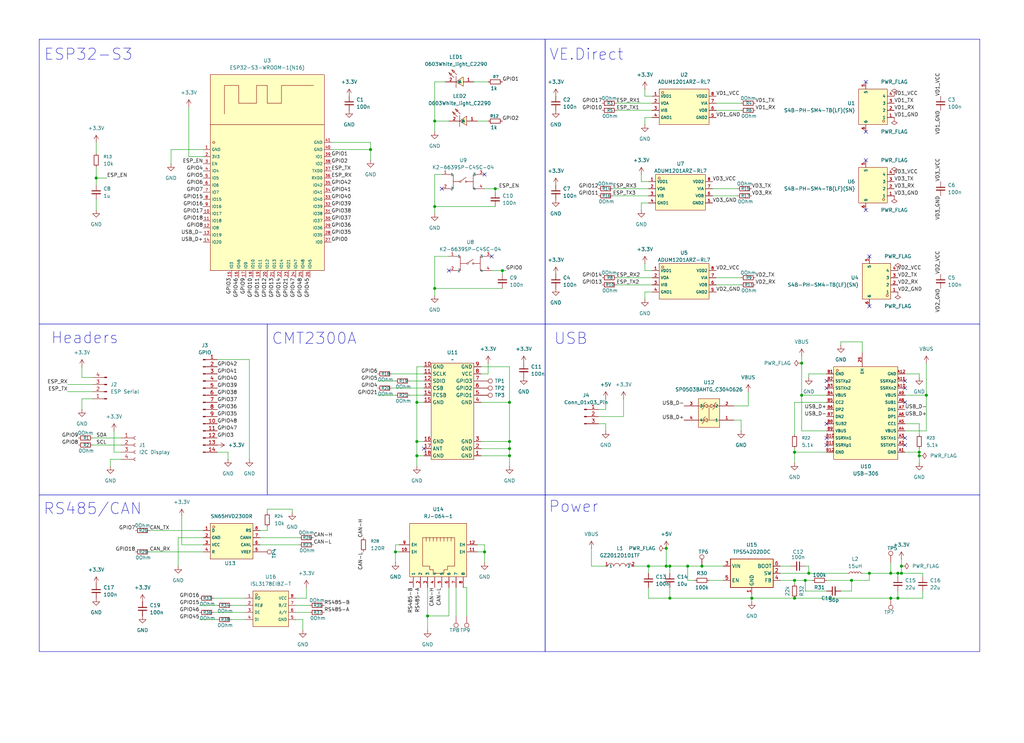
<source format=kicad_sch>
(kicad_sch (version 20250114) (generator "eeschema") (generator_version "9.0")
  (paper "User" 365 265)
  (title_block (title "openDTU Echo") (date "2025-05-14") (rev "1") (company "mhuttner"))
  (rectangle (start 95.25 115.57) (end 194.31 176.53))
  (rectangle (start 194.31 176.53) (end 349.25 232.41))
  (rectangle (start 13.97 13.97) (end 194.31 115.57))
  (rectangle (start 13.97 115.57) (end 95.25 176.53))
  (rectangle (start 13.97 176.53) (end 194.31 232.41))
  (rectangle (start 194.31 13.97) (end 349.25 115.57))
  (rectangle (start 194.31 115.57) (end 349.25 176.53))
  (text "ESP32-S3" (at 31.496 19.558 0) (effects (font (size 4 4))))
  (text "VE.Direct" (at 209.042 19.558 0) (effects (font (size 4 4))))
  (text "Headers" (at 30.226 120.65 0) (effects (font (size 4 4))))
  (text "RS485/CAN" (at 33.02 181.61 0) (effects (font (size 4 4))))
  (text "CMT2300A" (at 112.014 120.904 0) (effects (font (size 4 4))))
  (text "Power" (at 204.47 180.848 0) (effects (font (size 4 4))))
  (text "USB" (at 203.454 120.904 0) (effects (font (size 4 4))))
  (junction (at 309.88 204.47))
  (junction (at 238.76 201.93))
  (junction (at 181.61 157.48))
  (junction (at 330.2 140.97))
  (junction (at 321.31 201.93))
  (junction (at 148.59 143.51))
  (junction (at 285.75 129.54))
  (junction (at 179.07 96.52))
  (junction (at 181.61 143.51))
  (junction (at 34.29 63.5))
  (junction (at 181.61 160.02))
  (junction (at 327.66 161.29))
  (junction (at 288.29 204.47))
  (junction (at 181.61 162.56))
  (junction (at 172.72 196.85))
  (junction (at 132.08 53.34))
  (junction (at 267.97 213.36))
  (junction (at 237.49 201.93))
  (junction (at 303.53 207.01))
  (junction (at 287.02 207.01))
  (junction (at 283.21 213.36))
  (junction (at 140.97 196.85))
  (junction (at 154.94 73.66))
  (junction (at 148.59 157.48))
  (junction (at 283.21 161.29))
  (junction (at 320.04 204.47))
  (junction (at 320.04 213.36))
  (junction (at 327.66 162.56))
  (junction (at 238.76 213.36))
  (junction (at 176.53 67.31))
  (junction (at 237.49 195.58))
  (junction (at 250.19 201.93))
  (junction (at 148.59 162.56))
  (junction (at 245.11 201.93))
  (junction (at 283.21 207.01))
  (junction (at 231.14 201.93))
  (junction (at 321.31 204.47))
  (junction (at 154.94 43.18))
  (junction (at 152.4 219.71))
  (junction (at 285.75 140.97))
  (junction (at 317.5 213.36))
  (junction (at 317.5 204.47))
  (junction (at 154.94 102.87))
  (no_connect (at 294.64 135.89))
  (no_connect (at 322.58 135.89))
  (no_connect (at 294.64 151.13))
  (no_connect (at 322.58 158.75))
  (no_connect (at 157.48 67.31))
  (no_connect (at 322.58 156.21))
  (no_connect (at 322.58 143.51))
  (no_connect (at 151.13 160.02))
  (no_connect (at 294.64 158.75))
  (no_connect (at 294.64 138.43))
  (no_connect (at 308.61 29.21))
  (no_connect (at 322.58 138.43))
  (no_connect (at 308.61 46.99))
  (no_connect (at 308.61 74.93))
  (no_connect (at 309.88 109.22))
  (no_connect (at 175.26 91.44))
  (no_connect (at 294.64 156.21))
  (no_connect (at 308.61 57.15))
  (no_connect (at 160.02 96.52))
  (no_connect (at 309.88 91.44))
  (no_connect (at 172.72 62.23))
  (wire (pts (xy 261.62 144.78) (xy 266.7 144.78)))
  (wire (pts (xy 172.72 200.66) (xy 172.72 196.85)))
  (wire (pts (xy 267.97 212.09) (xy 267.97 213.36)))
  (wire (pts (xy 327.66 160.02) (xy 327.66 161.29)))
  (wire (pts (xy 330.2 140.97) (xy 322.58 140.97)))
  (wire (pts (xy 309.88 204.47) (xy 317.5 204.47)))
  (wire (pts (xy 255.27 36.83) (xy 264.16 36.83)))
  (wire (pts (xy 219.71 36.83) (xy 232.41 36.83)))
  (wire (pts (xy 171.45 160.02) (xy 181.61 160.02)))
  (wire (pts (xy 247.65 207.01) (xy 245.11 207.01)))
  (wire (pts (xy 92.71 191.77) (xy 106.68 191.77)))
  (wire (pts (xy 95.25 182.88) (xy 95.25 181.61)))
  (wire (pts (xy 140.97 194.31) (xy 140.97 196.85)))
  (wire (pts (xy 321.31 199.39) (xy 321.31 201.93)))
  (wire (pts (xy 29.21 130.81) (xy 29.21 134.62)))
  (wire (pts (xy 231.14 209.55) (xy 231.14 213.36)))
  (wire (pts (xy 168.91 29.21) (xy 173.99 29.21)))
  (wire (pts (xy 285.75 140.97) (xy 285.75 153.67)))
  (wire (pts (xy 43.18 161.29) (xy 40.64 161.29)))
  (wire (pts (xy 76.2 213.36) (xy 87.63 213.36)))
  (wire (pts (xy 267.97 213.36) (xy 283.21 213.36)))
  (wire (pts (xy 229.87 96.52) (xy 232.41 96.52)))
  (wire (pts (xy 181.61 143.51) (xy 181.61 157.48)))
  (wire (pts (xy 146.05 135.89) (xy 151.13 135.89)))
  (wire (pts (xy 322.58 161.29) (xy 327.66 161.29)))
  (wire (pts (xy 245.11 201.93) (xy 250.19 201.93)))
  (wire (pts (xy 77.47 128.27) (xy 88.9 128.27)))
  (wire (pts (xy 154.94 62.23) (xy 154.94 73.66)))
  (wire (pts (xy 60.96 58.42) (xy 60.96 53.34)))
  (wire (pts (xy 222.25 142.24) (xy 222.25 148.59)))
  (wire (pts (xy 307.34 121.92) (xy 307.34 125.73)))
  (wire (pts (xy 321.31 201.93) (xy 321.31 204.47)))
  (wire (pts (xy 299.72 121.92) (xy 307.34 121.92)))
  (wire (pts (xy 64.77 184.15) (xy 64.77 194.31)))
  (wire (pts (xy 218.44 69.85) (xy 231.14 69.85)))
  (wire (pts (xy 64.77 194.31) (xy 72.39 194.31)))
  (wire (pts (xy 142.24 194.31) (xy 140.97 194.31)))
  (wire (pts (xy 154.94 102.87) (xy 179.07 102.87)))
  (wire (pts (xy 140.97 200.66) (xy 140.97 196.85)))
  (wire (pts (xy 320.04 213.36) (xy 317.5 213.36)))
  (wire (pts (xy 92.71 194.31) (xy 106.68 194.31)))
  (wire (pts (xy 303.53 210.82) (xy 303.53 207.01)))
  (wire (pts (xy 287.02 210.82) (xy 287.02 207.01)))
  (wire (pts (xy 283.21 213.36) (xy 317.5 213.36)))
  (wire (pts (xy 76.2 218.44) (xy 87.63 218.44)))
  (wire (pts (xy 238.76 213.36) (xy 267.97 213.36)))
  (wire (pts (xy 109.22 209.55) (xy 109.22 213.36)))
  (wire (pts (xy 266.7 144.78) (xy 266.7 139.7)))
  (wire (pts (xy 255.27 99.06) (xy 264.16 99.06)))
  (wire (pts (xy 231.14 213.36) (xy 238.76 213.36)))
  (wire (pts (xy 170.18 43.18) (xy 173.99 43.18)))
  (wire (pts (xy 171.45 133.35) (xy 173.99 133.35)))
  (wire (pts (xy 229.87 31.75) (xy 229.87 34.29)))
  (wire (pts (xy 34.29 63.5) (xy 38.1 63.5)))
  (wire (pts (xy 77.47 161.29) (xy 81.28 161.29)))
  (wire (pts (xy 299.72 210.82) (xy 303.53 210.82)))
  (wire (pts (xy 238.76 201.93) (xy 245.11 201.93)))
  (wire (pts (xy 321.31 204.47) (xy 328.93 204.47)))
  (wire (pts (xy 92.71 189.23) (xy 95.25 189.23)))
  (wire (pts (xy 118.11 53.34) (xy 132.08 53.34)))
  (wire (pts (xy 53.34 189.23) (xy 72.39 189.23)))
  (wire (pts (xy 160.02 219.71) (xy 152.4 219.71)))
  (wire (pts (xy 283.21 160.02) (xy 283.21 161.29)))
  (wire (pts (xy 151.13 130.81) (xy 148.59 130.81)))
  (wire (pts (xy 63.5 201.93) (xy 63.5 191.77)))
  (wire (pts (xy 283.21 207.01) (xy 287.02 207.01)))
  (wire (pts (xy 254 69.85) (xy 262.89 69.85)))
  (wire (pts (xy 278.13 207.01) (xy 283.21 207.01)))
  (wire (pts (xy 294.64 143.51) (xy 283.21 143.51)))
  (wire (pts (xy 229.87 93.98) (xy 229.87 96.52)))
  (wire (pts (xy 330.2 140.97) (xy 330.2 153.67)))
  (wire (pts (xy 309.88 207.01) (xy 309.88 204.47)))
  (wire (pts (xy 299.72 123.19) (xy 299.72 121.92)))
  (wire (pts (xy 228.6 74.93) (xy 228.6 72.39)))
  (wire (pts (xy 162.56 209.55) (xy 162.56 219.71)))
  (wire (pts (xy 152.4 209.55) (xy 152.4 219.71)))
  (wire (pts (xy 172.72 196.85) (xy 170.18 196.85)))
  (wire (pts (xy 328.93 205.74) (xy 328.93 204.47)))
  (wire (pts (xy 320.04 210.82) (xy 320.04 213.36)))
  (wire (pts (xy 172.72 194.31) (xy 172.72 196.85)))
  (wire (pts (xy 179.07 96.52) (xy 180.34 96.52)))
  (wire (pts (xy 228.6 72.39) (xy 231.14 72.39)))
  (wire (pts (xy 176.53 73.66) (xy 154.94 73.66)))
  (wire (pts (xy 118.11 50.8) (xy 132.08 50.8)))
  (wire (pts (xy 29.21 146.05) (xy 29.21 142.24)))
  (wire (pts (xy 181.61 160.02) (xy 181.61 162.56)))
  (wire (pts (xy 320.04 204.47) (xy 320.04 205.74)))
  (wire (pts (xy 215.9 142.24) (xy 215.9 146.05)))
  (wire (pts (xy 288.29 204.47) (xy 302.26 204.47)))
  (wire (pts (xy 67.31 38.1) (xy 67.31 55.88)))
  (wire (pts (xy 229.87 34.29) (xy 232.41 34.29)))
  (wire (pts (xy 237.49 195.58) (xy 237.49 201.93)))
  (wire (pts (xy 139.7 133.35) (xy 151.13 133.35)))
  (wire (pts (xy 267.97 213.36) (xy 267.97 214.63)))
  (wire (pts (xy 81.28 161.29) (xy 81.28 163.83)))
  (wire (pts (xy 215.9 146.05) (xy 213.36 146.05)))
  (wire (pts (xy 219.71 101.6) (xy 232.41 101.6)))
  (wire (pts (xy 151.13 143.51) (xy 148.59 143.51)))
  (wire (pts (xy 238.76 201.93) (xy 238.76 204.47)))
  (wire (pts (xy 154.94 73.66) (xy 154.94 76.2)))
  (wire (pts (xy 250.19 201.93) (xy 257.81 201.93)))
  (wire (pts (xy 245.11 207.01) (xy 245.11 201.93)))
  (wire (pts (xy 285.75 153.67) (xy 294.64 153.67)))
  (wire (pts (xy 287.02 207.01) (xy 289.56 207.01)))
  (wire (pts (xy 109.22 213.36) (xy 105.41 213.36)))
  (wire (pts (xy 228.6 64.77) (xy 231.14 64.77)))
  (wire (pts (xy 181.61 162.56) (xy 181.61 166.37)))
  (wire (pts (xy 148.59 162.56) (xy 151.13 162.56)))
  (wire (pts (xy 303.53 207.01) (xy 294.64 207.01)))
  (wire (pts (xy 218.44 67.31) (xy 231.14 67.31)))
  (wire (pts (xy 283.21 143.51) (xy 283.21 154.94)))
  (wire (pts (xy 82.55 220.98) (xy 87.63 220.98)))
  (wire (pts (xy 29.21 142.24) (xy 33.02 142.24)))
  (wire (pts (xy 175.26 96.52) (xy 179.07 96.52)))
  (wire (pts (xy 148.59 166.37) (xy 148.59 162.56)))
  (wire (pts (xy 60.96 53.34) (xy 72.39 53.34)))
  (wire (pts (xy 219.71 39.37) (xy 232.41 39.37)))
  (wire (pts (xy 134.62 140.97) (xy 140.97 140.97)))
  (wire (pts (xy 226.06 201.93) (xy 231.14 201.93)))
  (wire (pts (xy 287.02 201.93) (xy 288.29 201.93)))
  (wire (pts (xy 283.21 161.29) (xy 294.64 161.29)))
  (wire (pts (xy 285.75 140.97) (xy 294.64 140.97)))
  (wire (pts (xy 231.14 201.93) (xy 237.49 201.93)))
  (wire (pts (xy 278.13 201.93) (xy 281.94 201.93)))
  (wire (pts (xy 327.66 162.56) (xy 327.66 165.1)))
  (wire (pts (xy 33.02 156.21) (xy 43.18 156.21)))
  (wire (pts (xy 330.2 129.54) (xy 330.2 140.97)))
  (wire (pts (xy 105.41 218.44) (xy 110.49 218.44)))
  (wire (pts (xy 132.08 53.34) (xy 132.08 57.15)))
  (wire (pts (xy 327.66 161.29) (xy 327.66 162.56)))
  (wire (pts (xy 176.53 67.31) (xy 176.53 68.58)))
  (wire (pts (xy 288.29 133.35) (xy 294.64 133.35)))
  (wire (pts (xy 154.94 102.87) (xy 154.94 105.41)))
  (wire (pts (xy 39.37 166.37) (xy 39.37 163.83)))
  (wire (pts (xy 29.21 134.62) (xy 33.02 134.62)))
  (wire (pts (xy 231.14 204.47) (xy 231.14 201.93)))
  (wire (pts (xy 105.41 220.98) (xy 107.95 220.98)))
  (wire (pts (xy 134.62 135.89) (xy 140.97 135.89)))
  (wire (pts (xy 255.27 101.6) (xy 264.16 101.6)))
  (wire (pts (xy 288.29 134.62) (xy 288.29 133.35)))
  (wire (pts (xy 33.02 158.75) (xy 43.18 158.75)))
  (wire (pts (xy 34.29 71.12) (xy 34.29 74.93)))
  (wire (pts (xy 181.61 130.81) (xy 181.61 143.51)))
  (wire (pts (xy 322.58 153.67) (xy 330.2 153.67)))
  (wire (pts (xy 181.61 157.48) (xy 181.61 160.02)))
  (wire (pts (xy 104.14 181.61) (xy 104.14 182.88)))
  (wire (pts (xy 107.95 220.98) (xy 107.95 224.79)))
  (wire (pts (xy 63.5 191.77) (xy 72.39 191.77)))
  (wire (pts (xy 105.41 215.9) (xy 110.49 215.9)))
  (wire (pts (xy 255.27 39.37) (xy 264.16 39.37)))
  (wire (pts (xy 228.6 62.23) (xy 228.6 64.77)))
  (wire (pts (xy 154.94 43.18) (xy 154.94 46.99)))
  (wire (pts (xy 34.29 63.5) (xy 34.29 66.04)))
  (wire (pts (xy 307.34 204.47) (xy 309.88 204.47)))
  (wire (pts (xy 53.34 196.85) (xy 72.39 196.85)))
  (wire (pts (xy 283.21 207.01) (xy 283.21 208.28)))
  (wire (pts (xy 327.66 133.35) (xy 327.66 134.62)))
  (wire (pts (xy 285.75 129.54) (xy 285.75 140.97)))
  (wire (pts (xy 140.97 196.85) (xy 142.24 196.85)))
  (wire (pts (xy 229.87 106.68) (xy 229.87 104.14)))
  (wire (pts (xy 171.45 143.51) (xy 181.61 143.51)))
  (wire (pts (xy 294.64 210.82) (xy 287.02 210.82)))
  (wire (pts (xy 254 67.31) (xy 262.89 67.31)))
  (wire (pts (xy 82.55 215.9) (xy 87.63 215.9)))
  (wire (pts (xy 39.37 163.83) (xy 43.18 163.83)))
  (wire (pts (xy 148.59 143.51) (xy 148.59 157.48)))
  (wire (pts (xy 34.29 50.8) (xy 34.29 54.61)))
  (wire (pts (xy 165.1 209.55) (xy 166.37 209.55)))
  (wire (pts (xy 154.94 43.18) (xy 160.02 43.18)))
  (wire (pts (xy 176.53 67.31) (xy 177.8 67.31)))
  (wire (pts (xy 322.58 151.13) (xy 327.66 151.13)))
  (wire (pts (xy 154.94 91.44) (xy 154.94 102.87)))
  (wire (pts (xy 320.04 204.47) (xy 321.31 204.47)))
  (wire (pts (xy 264.16 149.86) (xy 264.16 153.67)))
  (wire (pts (xy 229.87 41.91) (xy 232.41 41.91)))
  (wire (pts (xy 210.82 201.93) (xy 215.9 201.93)))
  (wire (pts (xy 229.87 44.45) (xy 229.87 41.91)))
  (wire (pts (xy 166.37 209.55) (xy 166.37 219.71)))
  (wire (pts (xy 320.04 213.36) (xy 328.93 213.36)))
  (wire (pts (xy 328.93 210.82) (xy 328.93 213.36)))
  (wire (pts (xy 171.45 157.48) (xy 181.61 157.48)))
  (wire (pts (xy 139.7 138.43) (xy 151.13 138.43)))
  (wire (pts (xy 152.4 219.71) (xy 152.4 224.79)))
  (wire (pts (xy 210.82 195.58) (xy 210.82 201.93)))
  (wire (pts (xy 88.9 128.27) (xy 88.9 163.83)))
  (wire (pts (xy 67.31 55.88) (xy 72.39 55.88)))
  (wire (pts (xy 322.58 133.35) (xy 327.66 133.35)))
  (wire (pts (xy 317.5 200.66) (xy 317.5 204.47)))
  (wire (pts (xy 219.71 99.06) (xy 232.41 99.06)))
  (wire (pts (xy 229.87 104.14) (xy 232.41 104.14)))
  (wire (pts (xy 158.75 29.21) (xy 154.94 29.21)))
  (wire (pts (xy 170.18 194.31) (xy 172.72 194.31)))
  (wire (pts (xy 327.66 151.13) (xy 327.66 154.94)))
  (wire (pts (xy 278.13 204.47) (xy 288.29 204.47)))
  (wire (pts (xy 181.61 162.56) (xy 171.45 162.56)))
  (wire (pts (xy 173.99 133.35) (xy 173.99 129.54)))
  (wire (pts (xy 157.48 62.23) (xy 154.94 62.23)))
  (wire (pts (xy 40.64 161.29) (xy 40.64 153.67)))
  (wire (pts (xy 213.36 151.13) (xy 215.9 151.13)))
  (wire (pts (xy 160.02 91.44) (xy 154.94 91.44)))
  (wire (pts (xy 222.25 148.59) (xy 213.36 148.59)))
  (wire (pts (xy 95.25 189.23) (xy 95.25 187.96)))
  (wire (pts (xy 151.13 157.48) (xy 148.59 157.48)))
  (wire (pts (xy 215.9 151.13) (xy 215.9 153.67)))
  (wire (pts (xy 179.07 96.52) (xy 179.07 97.79)))
  (wire (pts (xy 148.59 157.48) (xy 148.59 162.56)))
  (wire (pts (xy 237.49 201.93) (xy 238.76 201.93)))
  (wire (pts (xy 238.76 209.55) (xy 238.76 213.36)))
  (wire (pts (xy 34.29 59.69) (xy 34.29 63.5)))
  (wire (pts (xy 148.59 130.81) (xy 148.59 143.51)))
  (wire (pts (xy 71.12 220.98) (xy 77.47 220.98)))
  (wire (pts (xy 261.62 149.86) (xy 264.16 149.86)))
  (wire (pts (xy 95.25 181.61) (xy 104.14 181.61)))
  (wire (pts (xy 171.45 130.81) (xy 181.61 130.81)))
  (wire (pts (xy 303.53 207.01) (xy 309.88 207.01)))
  (wire (pts (xy 283.21 161.29) (xy 283.21 165.1)))
  (wire (pts (xy 24.13 139.7) (xy 33.02 139.7)))
  (wire (pts (xy 317.5 204.47) (xy 320.04 204.47)))
  (wire (pts (xy 24.13 137.16) (xy 33.02 137.16)))
  (wire (pts (xy 288.29 201.93) (xy 288.29 204.47)))
  (wire (pts (xy 172.72 67.31) (xy 176.53 67.31)))
  (wire (pts (xy 252.73 207.01) (xy 257.81 207.01)))
  (wire (pts (xy 160.02 209.55) (xy 160.02 219.71)))
  (wire (pts (xy 132.08 50.8) (xy 132.08 53.34)))
  (wire (pts (xy 154.94 29.21) (xy 154.94 43.18)))
  (wire (pts (xy 71.12 215.9) (xy 77.47 215.9)))
  (wire (pts (xy 146.05 140.97) (xy 151.13 140.97)))
  (wire (pts (xy 285.75 127) (xy 285.75 129.54)))
  (label "ESP_EN" (at 177.8 67.31 0))
  (label "GPIO17" (at 214.63 36.83 180))
  (label "VD3_TX" (at 267.97 67.31 0))
  (label "VD3_GND" (at 254 72.39 0))
  (label "GPIO11" (at 213.36 69.85 180))
  (label "GPIO6" (at 134.62 133.35 180))
  (label "GPIO40" (at 118.11 71.12 0))
  (label "CAN-H" (at 129.54 191.77 90))
  (label "VD3_VCC" (at 335.28 64.77 90))
  (label "VD2_TX" (at 269.24 99.06 0))
  (label "VD1_TX" (at 318.77 36.83 0))
  (label "GPIO39" (at 77.47 138.43 0))
  (label "USB_D+" (at 72.39 86.36 180))
  (label "GPIO38" (at 77.47 140.97 0))
  (label "GPIO46" (at 85.09 99.06 270))
  (label "GPIO48" (at 107.95 99.06 270))
  (label "GPIO8" (at 72.39 81.28 180))
  (label "VD2_RX" (at 320.04 101.6 0))
  (label "GPIO41" (at 118.11 68.58 0))
  (label "GPIO35" (at 118.11 83.82 0))
  (label "GPIO8" (at 27.94 158.75 180))
  (label "GPIO4" (at 72.39 60.96 180))
  (label "GPIO14" (at 214.63 99.06 180))
  (label "GPIO36" (at 118.11 81.28 0))
  (label "GPIO12" (at 95.25 99.06 270))
  (label "GPIO4" (at 134.62 138.43 180))
  (label "GPIO5" (at 72.39 63.5 180))
  (label "GPIO14" (at 100.33 99.06 270))
  (label "GPIO1" (at 179.07 29.21 0))
  (label "CAN-L" (at 129.54 196.85 270))
  (label "GPIO13" (at 97.79 99.06 270))
  (label "GPIO36" (at 77.47 146.05 0))
  (label "GPIO12" (at 213.36 67.31 180))
  (label "USB_D+" (at 243.84 149.86 180))
  (label "USB_D+" (at 294.64 146.05 180))
  (label "USB_D+" (at 322.58 148.59 0))
  (label "GPIO9" (at 87.63 99.06 270))
  (label "CAN-L" (at 157.48 209.55 270))
  (label "GPIO1" (at 118.11 55.88 0))
  (label "SDA" (at 34.29 156.21 0))
  (label "ESP_TX" (at 118.11 60.96 0))
  (label "RS485-A" (at 115.57 218.44 0))
  (label "ESP_TX3" (at 218.44 69.85 0))
  (label "GPIO15" (at 72.39 71.12 180))
  (label "VD1_GND" (at 255.27 41.91 0))
  (label "GPIO17" (at 72.39 76.2 180))
  (label "ESP_TX2" (at 219.71 101.6 0))
  (label "GPIO7" (at 48.26 189.23 180))
  (label "GPIO38" (at 118.11 76.2 0))
  (label "GPIO45" (at 71.12 220.98 180))
  (label "RS485-A" (at 149.86 209.55 270))
  (label "VD2_VCC" (at 320.04 96.52 0))
  (label "USB_D-" (at 322.58 146.05 0))
  (label "GPIO0" (at 180.34 96.52 0))
  (label "ESP_EN" (at 38.1 63.5 0))
  (label "GPIO16" (at 71.12 213.36 180))
  (label "GPIO5" (at 134.62 135.89 180))
  (label "VD1_RX" (at 269.24 39.37 0))
  (label "RS485-B" (at 115.57 215.9 0))
  (label "GPIO9" (at 27.94 156.21 180))
  (label "GPIO45" (at 110.49 99.06 270))
  (label "VD3_VCC" (at 318.77 62.23 0))
  (label "GPIO47" (at 105.41 99.06 270))
  (label "SCL" (at 34.29 158.75 0))
  (label "VD1_VCC" (at 318.77 34.29 0))
  (label "CAN_TX" (at 53.34 189.23 0))
  (label "GPIO37" (at 118.11 78.74 0))
  (label "ESP_TX1" (at 219.71 39.37 0))
  (label "VD2_VCC" (at 335.28 97.79 90))
  (label "VD2_RX" (at 269.24 101.6 0))
  (label "GPIO48" (at 77.47 151.13 0))
  (label "ESP_RX3" (at 218.44 67.31 0))
  (label "GPIO2" (at 118.11 58.42 0))
  (label "GPIO13" (at 214.63 101.6 180))
  (label "GPIO7" (at 72.39 68.58 180))
  (label "GPIO40" (at 77.47 135.89 0))
  (label "GPIO15" (at 71.12 215.9 180))
  (label "VD1_GND" (at 335.28 39.37 270))
  (label "GPIO39" (at 118.11 73.66 0))
  (label "ESP_RX2" (at 219.71 99.06 0))
  (label "GPIO16" (at 72.39 73.66 180))
  (label "ESP_TX" (at 24.13 139.7 180))
  (label "VD1_GND" (at 318.77 41.91 0))
  (label "VD1_VCC" (at 335.28 34.29 90))
  (label "VD3_GND" (at 318.77 69.85 0))
  (label "GPIO0" (at 118.11 86.36 0))
  (label "VD2_GND" (at 335.28 102.87 270))
  (label "GPIO42" (at 77.47 130.81 0))
  (label "ESP_RX" (at 24.13 137.16 180))
  (label "GPIO41" (at 77.47 133.35 0))
  (label "VD2_GND" (at 255.27 104.14 0))
  (label "USB_D-" (at 72.39 83.82 180))
  (label "USB_D-" (at 243.84 144.78 180))
  (label "ESP_RX1" (at 219.71 36.83 0))
  (label "USB_D-" (at 294.64 148.59 180))
  (label "GPIO6" (at 72.39 66.04 180))
  (label "GPIO46" (at 71.12 218.44 180))
  (label "CAN-L" (at 111.76 194.31 0))
  (label "GPIO3" (at 77.47 156.21 0))
  (label "GPIO47" (at 77.47 153.67 0))
  (label "VD1_VCC" (at 255.27 34.29 0))
  (label "VD3_GND" (at 335.28 69.85 270))
  (label "GPIO35" (at 77.47 148.59 0))
  (label "CAN-H" (at 111.76 191.77 0))
  (label "GPIO10" (at 90.17 99.06 270))
  (label "GPIO2" (at 179.07 43.18 0))
  (label "VD3_TX" (at 318.77 64.77 0))
  (label "VD2_TX" (at 320.04 99.06 0))
  (label "VD1_TX" (at 269.24 36.83 0))
  (label "GPIO18" (at 72.39 78.74 180))
  (label "GPIO37" (at 77.47 143.51 0))
  (label "GPIO3" (at 82.55 99.06 270))
  (label "GPIO21" (at 102.87 99.06 270))
  (label "ESP_EN" (at 72.39 58.42 180))
  (label "GPIO10" (at 214.63 39.37 180))
  (label "RS485-B" (at 147.32 209.55 270))
  (label "VD3_RX" (at 318.77 67.31 0))
  (label "GPIO21" (at 134.62 140.97 180))
  (label "GPIO42" (at 118.11 66.04 0))
  (label "VD2_GND" (at 320.04 104.14 0))
  (label "VD2_VCC" (at 255.27 96.52 0))
  (label "VD1_RX" (at 318.77 39.37 0))
  (label "GPIO11" (at 92.71 99.06 270))
  (label "ESP_RX" (at 118.11 63.5 0))
  (label "CAN-H" (at 154.94 209.55 270))
  (label "VD3_RX" (at 267.97 69.85 0))
  (label "VD3_VCC" (at 254 64.77 0))
  (label "GPIO18" (at 48.26 196.85 180))
  (label "CAN_RX" (at 53.34 196.85 0))
  (symbol (lib_id "power:PWR_FLAG") (at 318.77 69.85 180) (unit 1)
    (property "Reference" "#FLG06" (effects (hide yes)))
    (property "Value" "PWR_FLAG" (at 318.77 74.93 0))
    (property "Description" "Special symbol for telling ERC where power comes from" (effects (hide yes)))
  )
  (symbol (lib_id "Device:R_Small") (at 266.7 36.83 90) (unit 1)
    (property "Reference" "R4" (at 266.954 36.83 90) (effects (font (size 1.016 1.016))))
    (property "Value" "0Ohm" (at 266.7 35.052 90))
    (property "Footprint" "Resistor_SMD:R_0805_2012Metric" (effects (hide yes)))
    (property "Description" "Resistor, small symbol" (effects (hide yes)))
  )
  (symbol (lib_id "JLCPCB:ADUM1201ARZ-RL7") (at 243.84 38.1 0) (unit 1)
    (property "Reference" "U2" (at 243.84 26.67 0))
    (property "Value" "ADUM1201ARZ-RL7" (at 243.84 29.21 0))
    (property "Footprint" "footprint:SOIC-8_L4.9-W3.9-P1.27-LS6.0-BL" (effects (hide yes)))
    (property "Datasheet" "https://so.szlcsc.com/global.html?c=&k=C9843" (effects (hide yes)))
    (property "LCSC" "C9669" (effects (hide yes)))
  )
  (symbol (lib_id "power:GND") (at 154.94 76.2 0) (unit 1)
    (property "Reference" "#PWR026" (effects (hide yes)))
    (property "Value" "GND" (at 154.94 81.28 0))
    (property "Description" "Power symbol creates a global label with name \"GND\" , ground" (effects (hide yes)))
  )
  (symbol (lib_id "Connector:TestPoint") (at 171.45 138.43 270) (unit 1)
    (property "Reference" "TP2" (at 176.276 138.43 90) (effects (justify left)))
    (property "Value" "TestPoint" (effects (hide yes)))
    (property "Footprint" "TestPoint:TestPoint_Pad_D2.0mm" (effects (hide yes)))
    (property "Description" "test point" (effects (hide yes)))
  )
  (symbol (lib_id "Connector:TestPoint") (at 171.45 140.97 270) (unit 1)
    (property "Reference" "TP3" (at 176.276 140.97 90) (effects (justify left)))
    (property "Value" "TestPoint" (effects (hide yes)))
    (property "Footprint" "TestPoint:TestPoint_Pad_D2.0mm" (effects (hide yes)))
    (property "Description" "test point" (effects (hide yes)))
  )
  (symbol (lib_id "power:+3.3V") (at 77.47 158.75 270) (unit 1)
    (property "Reference" "#PWR038" (effects (hide yes)))
    (property "Value" "+3.3V" (at 81.28 158.7499 90) (effects (justify left)))
    (property "Description" "Power symbol creates a global label with name \"+3.3V\"" (effects (hide yes)))
  )
  (symbol (lib_id "Device:C_Small") (at 198.12 36.83 0) (unit 1)
    (property "Reference" "C2" (at 200.66 35.5662 0) (effects (justify left)))
    (property "Value" "100n" (at 200.66 38.1062 0) (effects (justify left)))
    (property "Footprint" "Capacitor_SMD:C_0402_1005Metric" (effects (hide yes)))
    (property "Description" "Unpolarized capacitor, small symbol" (effects (hide yes)))
  )
  (symbol (lib_id "power:GND") (at 60.96 58.42 0) (unit 1)
    (property "Reference" "#PWR011" (effects (hide yes)))
    (property "Value" "GND" (at 60.96 63.5 0))
    (property "Description" "Power symbol creates a global label with name \"GND\" , ground" (effects (hide yes)))
  )
  (symbol (lib_id "Device:R_Small") (at 215.9 69.85 90) (unit 1)
    (property "Reference" "R16" (at 216.154 69.85 90) (effects (font (size 1.016 1.016))))
    (property "Value" "0Ohm" (at 216.154 71.882 90))
    (property "Footprint" "Resistor_SMD:R_0805_2012Metric" (effects (hide yes)))
    (property "Description" "Resistor, small symbol" (effects (hide yes)))
  )
  (symbol (lib_id "Device:R_Small") (at 34.29 57.15 0) (unit 1)
    (property "Reference" "R13" (at 36.83 55.8799 0) (effects (font (size 1.016 1.016)) (justify left)))
    (property "Value" "10k" (at 36.83 58.4199 0) (effects (justify left)))
    (property "Footprint" "Capacitor_SMD:C_0805_2012Metric" (effects (hide yes)))
    (property "Description" "Resistor, small symbol" (effects (hide yes)))
  )
  (symbol (lib_id "power:GND") (at 186.69 134.62 0) (unit 1)
    (property "Reference" "#PWR032" (effects (hide yes)))
    (property "Value" "GND" (at 186.69 139.7 0))
    (property "Description" "Power symbol creates a global label with name \"GND\" , ground" (effects (hide yes)))
  )
  (symbol (lib_id "Device:R_Small") (at 215.9 67.31 90) (unit 1)
    (property "Reference" "R14" (at 216.154 67.31 90) (effects (font (size 1.016 1.016))))
    (property "Value" "0Ohm" (at 215.9 65.532 90))
    (property "Footprint" "Resistor_SMD:R_0805_2012Metric" (effects (hide yes)))
    (property "Description" "Resistor, small symbol" (effects (hide yes)))
  )
  (symbol (lib_id "Device:R_Small") (at 143.51 140.97 90) (unit 1)
    (property "Reference" "R21" (at 143.764 140.97 90) (effects (font (size 1.016 1.016))))
    (property "Value" "0Ohm" (at 143.764 143.002 90))
    (property "Footprint" "Resistor_SMD:R_0805_2012Metric" (effects (hide yes)))
    (property "Description" "Resistor, small symbol" (effects (hide yes)))
  )
  (symbol (lib_id "Device:R_Small") (at 80.01 215.9 90) (unit 1)
    (property "Reference" "R34" (at 80.264 215.9 90) (effects (font (size 1.016 1.016))))
    (property "Value" "0Ohm" (at 80.264 217.932 90))
    (property "Footprint" "Resistor_SMD:R_0805_2012Metric" (effects (hide yes)))
    (property "Description" "Resistor, small symbol" (effects (hide yes)))
  )
  (symbol (lib_id "Device:C_Small") (at 50.8 217.17 0) (unit 1)
    (property "Reference" "C19" (at 53.34 215.9062 0) (effects (justify left)))
    (property "Value" "100n" (at 53.34 218.4462 0) (effects (justify left)))
    (property "Footprint" "Capacitor_SMD:C_0402_1005Metric" (effects (hide yes)))
    (property "Description" "Unpolarized capacitor, small symbol" (effects (hide yes)))
  )
  (symbol (lib_id "JLCPCB:EBYTE_E49-900M20S") (at 161.29 147.32 0) (unit 1)
    (property "Reference" "U11" (at 161.29 125.73 0))
    (property "Value" "~" (at 161.29 128.27 0))
    (property "Footprint" "footprint:E49-900M20S" (effects (hide yes)))
    (property "Datasheet" "https://www.cdebyte.com/products/E49-900M20S" (effects (hide yes)))
  )
  (symbol (lib_id "Device:R_Small") (at 30.48 158.75 90) (unit 1)
    (property "Reference" "R2" (at 30.734 158.75 90) (effects (font (size 1.016 1.016))))
    (property "Value" "0Ohm" (at 30.734 160.782 90))
    (property "Footprint" "Resistor_SMD:R_0805_2012Metric" (effects (hide yes)))
    (property "Description" "Resistor, small symbol" (effects (hide yes)))
  )
  (symbol (lib_id "Device:R_Small") (at 73.66 213.36 90) (unit 1)
    (property "Reference" "R33" (at 73.914 213.36 90) (effects (font (size 1.016 1.016))))
    (property "Value" "0Ohm" (at 73.914 215.392 90))
    (property "Footprint" "Resistor_SMD:R_0805_2012Metric" (effects (hide yes)))
    (property "Description" "Resistor, small symbol" (effects (hide yes)))
  )
  (symbol (lib_id "Device:C_Small") (at 297.18 210.82 90) (unit 1)
    (property "Reference" "C18" (at 294.64 213.36 90))
    (property "Value" "56p" (at 297.18 213.995 90))
    (property "Footprint" "Capacitor_SMD:C_0603_1608Metric" (effects (hide yes)))
    (property "Description" "Unpolarized capacitor, small symbol" (effects (hide yes)))
  )
  (symbol (lib_id "Connector:TestPoint") (at 162.56 219.71 180) (unit 1)
    (property "Reference" "TP8" (at 163.83 224.79 0) (effects (justify left)))
    (property "Value" "TestPoint" (effects (hide yes)))
    (property "Footprint" "TestPoint:TestPoint_Pad_D2.0mm" (effects (hide yes)))
    (property "Description" "test point" (effects (hide yes)))
  )
  (symbol (lib_id "power:GND") (at 299.72 123.19 0) (unit 1)
    (property "Reference" "#PWR027" (effects (hide yes)))
    (property "Value" "GND" (at 299.72 128.27 0))
    (property "Description" "Power symbol creates a global label with name \"GND\" , ground" (effects (hide yes)))
  )
  (symbol (lib_id "power:+3.3V") (at 198.12 97.79 0) (unit 1)
    (property "Reference" "#PWR014" (effects (hide yes)))
    (property "Value" "+3.3V" (at 198.12 92.71 0))
    (property "Description" "Power symbol creates a global label with name \"+3.3V\"" (effects (hide yes)))
  )
  (symbol (lib_id "power:+3.3V") (at 228.6 62.23 0) (unit 1)
    (property "Reference" "#PWR020" (effects (hide yes)))
    (property "Value" "+3.3V" (at 228.6 57.15 0))
    (property "Description" "Power symbol creates a global label with name \"+3.3V\"" (effects (hide yes)))
  )
  (symbol (lib_id "JLCPCB:GZ2012D101TF") (at 220.98 201.93 0) (unit 1)
    (property "Reference" "L1" (at 220.98 195.58 0))
    (property "Value" "GZ2012D101TF" (at 220.98 198.12 0))
    (property "Footprint" "footprint:L0805" (effects (hide yes)))
    (property "Datasheet" "https://item.szlcsc.com/344132.html" (effects (hide yes)))
    (property "LCSC" "C1015" (effects (hide yes)))
  )
  (symbol (lib_id "power:+3.3V") (at 34.29 208.28 0) (unit 1)
    (property "Reference" "#PWR055" (effects (hide yes)))
    (property "Value" "+3.3V" (at 34.29 203.2 0))
    (property "Description" "Power symbol creates a global label with name \"+3.3V\"" (effects (hide yes)))
  )
  (symbol (lib_id "power:+3.3V") (at 198.12 34.29 0) (unit 1)
    (property "Reference" "#PWR06" (effects (hide yes)))
    (property "Value" "+3.3V" (at 198.12 29.21 0))
    (property "Description" "Power symbol creates a global label with name \"+3.3V\"" (effects (hide yes)))
  )
  (symbol (lib_id "Device:R_Small") (at 265.43 67.31 90) (unit 1)
    (property "Reference" "R15" (at 265.684 67.31 90) (effects (font (size 1.016 1.016))))
    (property "Value" "0Ohm" (at 265.43 65.532 90))
    (property "Footprint" "Resistor_SMD:R_0805_2012Metric" (effects (hide yes)))
    (property "Description" "Resistor, small symbol" (effects (hide yes)))
  )
  (symbol (lib_id "Regulator_Switching:TPS54202DDC") (at 267.97 204.47 0) (unit 1)
    (property "Reference" "U15" (at 267.97 194.31 0))
    (property "Value" "TPS54202DDC" (at 267.97 196.85 0))
    (property "Footprint" "Package_TO_SOT_SMD:SOT-23-6" (effects (hide yes)))
    (property "Datasheet" "http://www.ti.com/lit/ds/symlink/tps54202.pdf" (effects (hide yes)))
    (property "Description" "2A, 4.5 to 28V Input, EMI Friendly integrated switch synchronous step-down regulator, pulse-skipping, SOT-23-6" (effects (hide yes)))
  )
  (symbol (lib_id "Device:R_Small") (at 109.22 191.77 90) (unit 1)
    (property "Reference" "R26" (at 109.474 191.77 90) (effects (font (size 1.016 1.016))))
    (property "Value" "0Ohm" (at 109.22 189.992 90))
    (property "Footprint" "Resistor_SMD:R_0805_2012Metric" (effects (hide yes)))
    (property "Description" "Resistor, small symbol" (effects (hide yes)))
  )
  (symbol (lib_id "Device:C_Small") (at 284.48 201.93 270) (unit 1)
    (property "Reference" "C12" (at 284.48 196.85 90))
    (property "Value" "100n" (at 284.48 198.755 90))
    (property "Footprint" "Capacitor_SMD:C_0402_1005Metric" (effects (hide yes)))
    (property "Description" "Unpolarized capacitor, small symbol" (effects (hide yes)))
  )
  (symbol (lib_id "Device:C_Small") (at 328.93 208.28 0) (unit 1)
    (property "Reference" "C16" (at 331.47 207.0162 0) (effects (justify left)))
    (property "Value" "22u" (at 331.47 209.5562 0) (effects (justify left)))
    (property "Footprint" "Capacitor_SMD:C_1206_3216Metric" (effects (hide yes)))
    (property "Description" "Unpolarized capacitor, small symbol" (effects (hide yes)))
  )
  (symbol (lib_id "power:+5V") (at 237.49 195.58 0) (unit 1)
    (property "Reference" "#PWR050" (effects (hide yes)))
    (property "Value" "+5V" (at 237.49 190.5 0))
    (property "Description" "Power symbol creates a global label with name \"+5V\"" (effects (hide yes)))
  )
  (symbol (lib_id "power:PWR_FLAG") (at 318.77 62.23 0) (unit 1)
    (property "Reference" "#FLG05" (effects (hide yes)))
    (property "Value" "PWR_FLAG" (at 318.77 57.15 0))
    (property "Description" "Special symbol for telling ERC where power comes from" (effects (hide yes)))
  )
  (symbol (lib_id "power:GND") (at 283.21 165.1 0) (unit 1)
    (property "Reference" "#PWR043" (effects (hide yes)))
    (property "Value" "GND" (at 283.21 170.18 0))
    (property "Description" "Power symbol creates a global label with name \"GND\" , ground" (effects (hide yes)))
  )
  (symbol (lib_id "JLCPCB:SN65HVD230DR") (at 82.55 193.04 0) (unit 1)
    (property "Reference" "U13" (at 82.042 200.914 0))
    (property "Value" "SN65HVD230DR" (at 82.55 184.15 0))
    (property "Footprint" "footprint:SOIC-8_L4.9-W3.9-P1.27-LS6.0-BL" (effects (hide yes)))
    (property "Datasheet" "https://so.szlcsc.com/global.html?c=&k=C9843" (effects (hide yes)))
    (property "LCSC" "C12084" (effects (hide yes)))
  )
  (symbol (lib_id "Device:R_Small") (at 292.1 207.01 90) (unit 1)
    (property "Reference" "R31" (at 292.1 209.55 90))
    (property "Value" "100k" (at 292.1 205.105 90))
    (property "Footprint" "Resistor_SMD:R_0805_2012Metric" (effects (hide yes)))
    (property "Description" "Resistor, small symbol" (effects (hide yes)))
  )
  (symbol (lib_id "Connector:TestPoint") (at 250.19 201.93 0) (unit 1)
    (property "Reference" "TP6" (at 248.92 196.85 0) (effects (justify left)))
    (property "Value" "TestPoint" (effects (hide yes)))
    (property "Footprint" "TestPoint:TestPoint_Pad_D2.0mm" (effects (hide yes)))
    (property "Description" "test point" (effects (hide yes)))
  )
  (symbol (lib_id "Device:R_Small") (at 265.43 69.85 90) (unit 1)
    (property "Reference" "R17" (at 265.684 69.85 90) (effects (font (size 1.016 1.016))))
    (property "Value" "0Ohm" (at 265.684 71.882 90))
    (property "Footprint" "Resistor_SMD:R_0805_2012Metric" (effects (hide yes)))
    (property "Description" "Resistor, small symbol" (effects (hide yes)))
  )
  (symbol (lib_id "power:+3.3V") (at 229.87 93.98 0) (unit 1)
    (property "Reference" "#PWR013" (effects (hide yes)))
    (property "Value" "+3.3V" (at 229.87 88.9 0))
    (property "Description" "Power symbol creates a global label with name \"+3.3V\"" (effects (hide yes)))
  )
  (symbol (lib_id "power:GND") (at 63.5 201.93 0) (unit 1)
    (property "Reference" "#PWR054" (effects (hide yes)))
    (property "Value" "GND" (at 63.5 207.01 0))
    (property "Description" "Power symbol creates a global label with name \"GND\" , ground" (effects (hide yes)))
  )
  (symbol (lib_id "Connector:Conn_01x14_Pin") (at 72.39 143.51 0) (unit 1)
    (property "Reference" "J3" (at 73.025 123.19 0))
    (property "Value" "GPIO" (at 73.025 125.73 0))
    (property "Footprint" "Connector_PinHeader_2.54mm:PinHeader_1x14_P2.54mm_Vertical" (effects (hide yes)))
    (property "Description" "Generic connector, single row, 01x14, script generated" (effects (hide yes)))
  )
  (symbol (lib_id "Device:C_Small") (at 198.12 68.58 0) (unit 1)
    (property "Reference" "C7" (at 200.66 67.3162 0) (effects (justify left)))
    (property "Value" "100n" (at 200.66 69.8562 0) (effects (justify left)))
    (property "Footprint" "Capacitor_SMD:C_0402_1005Metric" (effects (hide yes)))
    (property "Description" "Unpolarized capacitor, small symbol" (effects (hide yes)))
  )
  (symbol (lib_id "Device:R_Small") (at 137.16 133.35 90) (unit 1)
    (property "Reference" "R18" (at 137.414 133.35 90) (effects (font (size 1.016 1.016))))
    (property "Value" "0Ohm" (at 137.414 135.382 90))
    (property "Footprint" "Resistor_SMD:R_0805_2012Metric" (effects (hide yes)))
    (property "Description" "Resistor, small symbol" (effects (hide yes)))
  )
  (symbol (lib_id "Device:R_Small") (at 176.53 29.21 90) (unit 1)
    (property "Reference" "R7" (at 177.8 27.432 90) (effects (font (size 1.016 1.016)) (justify left)))
    (property "Value" "1k" (at 177.292 31.496 90) (effects (justify left)))
    (property "Footprint" "Resistor_SMD:R_0603_1608Metric" (effects (hide yes)))
    (property "Description" "Resistor, small symbol" (effects (hide yes)))
  )
  (symbol (lib_id "Connector:TestPoint") (at 166.37 219.71 180) (unit 1)
    (property "Reference" "TP9" (at 167.64 224.79 0) (effects (justify left)))
    (property "Value" "TestPoint" (effects (hide yes)))
    (property "Footprint" "TestPoint:TestPoint_Pad_D2.0mm" (effects (hide yes)))
    (property "Description" "test point" (effects (hide yes)))
  )
  (symbol (lib_id "power:GND") (at 229.87 44.45 0) (unit 1)
    (property "Reference" "#PWR09" (effects (hide yes)))
    (property "Value" "GND" (at 229.87 49.53 0))
    (property "Description" "Power symbol creates a global label with name \"GND\" , ground" (effects (hide yes)))
  )
  (symbol (lib_id "Device:C_Small") (at 198.12 100.33 0) (unit 1)
    (property "Reference" "C4" (at 200.66 99.0662 0) (effects (justify left)))
    (property "Value" "100n" (at 200.66 101.6062 0) (effects (justify left)))
    (property "Footprint" "Capacitor_SMD:C_0402_1005Metric" (effects (hide yes)))
    (property "Description" "Unpolarized capacitor, small symbol" (effects (hide yes)))
  )
  (symbol (lib_id "power:VBUS") (at 266.7 139.7 0) (unit 1)
    (property "Reference" "#PWR035" (effects (hide yes)))
    (property "Value" "VBUS" (at 266.7 134.62 0))
    (property "Description" "Power symbol creates a global label with name \"VBUS\"" (effects (hide yes)))
  )
  (symbol (lib_id "power:GND") (at 198.12 71.12 0) (unit 1)
    (property "Reference" "#PWR022" (effects (hide yes)))
    (property "Value" "GND" (at 198.12 76.2 0))
    (property "Description" "Power symbol creates a global label with name \"GND\" , ground" (effects (hide yes)))
  )
  (symbol (lib_id "Device:R_Small") (at 217.17 39.37 90) (unit 1)
    (property "Reference" "R5" (at 217.424 39.37 90) (effects (font (size 1.016 1.016))))
    (property "Value" "0Ohm" (at 217.424 41.402 90))
    (property "Footprint" "Resistor_SMD:R_0805_2012Metric" (effects (hide yes)))
    (property "Description" "Resistor, small symbol" (effects (hide yes)))
  )
  (symbol (lib_id "Device:C_Small") (at 124.46 36.83 0) (unit 1)
    (property "Reference" "C1" (at 127 35.5662 0) (effects (justify left)))
    (property "Value" "100n" (at 127 38.1062 0) (effects (justify left)))
    (property "Footprint" "Capacitor_SMD:C_0402_1005Metric" (effects (hide yes)))
    (property "Description" "Unpolarized capacitor, small symbol" (effects (hide yes)))
  )
  (symbol (lib_id "power:GND") (at 34.29 213.36 0) (unit 1)
    (property "Reference" "#PWR057" (effects (hide yes)))
    (property "Value" "GND" (at 34.29 218.44 0))
    (property "Description" "Power symbol creates a global label with name \"GND\" , ground" (effects (hide yes)))
  )
  (symbol (lib_id "Connector:TestPoint") (at 317.5 200.66 0) (unit 1)
    (property "Reference" "TP5" (at 316.23 195.58 0) (effects (justify left)))
    (property "Value" "TestPoint" (effects (hide yes)))
    (property "Footprint" "TestPoint:TestPoint_Pad_D2.0mm" (effects (hide yes)))
    (property "Description" "test point" (effects (hide yes)))
  )
  (symbol (lib_id "power:GND") (at 154.94 46.99 0) (unit 1)
    (property "Reference" "#PWR018" (effects (hide yes)))
    (property "Value" "GND" (at 154.94 52.07 0))
    (property "Description" "Power symbol creates a global label with name \"GND\" , ground" (effects (hide yes)))
  )
  (symbol (lib_id "JLCPCB:ESP32-S3-WROOM-1(N16)") (at 95.25 63.5 0) (unit 1)
    (property "Reference" "U3" (at 95.25 21.59 0))
    (property "Value" "ESP32-S3-WROOM-1(N16)" (at 95.25 24.13 0))
    (property "Footprint" "footprint:WIRELM-SMD_ESP32-S3-WROOM-1" (effects (hide yes)))
    (property "Datasheet" "https://www.mouser.cn/datasheet/2/891/Espressif_ESP32_S3_WROOM_1_1U_Preliminary-2530171.pdf" (effects (hide yes)))
    (property "LCSC" "C2913199" (effects (hide yes)))
  )
  (symbol (lib_id "Device:C_Small") (at 179.07 100.33 0) (unit 1)
    (property "Reference" "C9" (at 181.61 99.0662 0) (effects (justify left)))
    (property "Value" "100n" (at 181.61 101.6062 0) (effects (justify left)))
    (property "Footprint" "Capacitor_SMD:C_0402_1005Metric" (effects (hide yes)))
    (property "Description" "Unpolarized capacitor, small symbol" (effects (hide yes)))
  )
  (symbol (lib_id "JLCPCB:ISL3178EIBZ-T") (at 96.52 217.17 0) (unit 1)
    (property "Reference" "U16" (at 96.52 205.74 0))
    (property "Value" "ISL3178EIBZ-T" (at 96.52 208.28 0))
    (property "Footprint" "footprint:SOIC-8_L4.9-W3.9-P1.27-LS6.0-BL" (effects (hide yes)))
    (property "Datasheet" "https://so.szlcsc.com/global.html?c=&k=C9843" (effects (hide yes)))
    (property "LCSC" "C382015" (effects (hide yes)))
  )
  (symbol (lib_id "power:+3.3V") (at 321.31 199.39 0) (unit 1)
    (property "Reference" "#PWR051" (effects (hide yes)))
    (property "Value" "+3.3V" (at 321.31 194.31 0))
    (property "Description" "Power symbol creates a global label with name \"+3.3V\"" (effects (hide yes)))
  )
  (symbol (lib_id "JLCPCB:K2-6639SP-C4SC-04") (at 167.64 93.98 0) (unit 1)
    (property "Reference" "U8" (at 167.64 86.36 0))
    (property "Value" "K2-6639SP-C4SC-04" (at 167.64 88.9 0))
    (property "Footprint" "footprint:KEY-SMD_4P-L6.0-W6.0-P3.90-LS9.0" (effects (hide yes)))
    (property "Datasheet" "https://item.szlcsc.com/940358.html" (effects (hide yes)))
    (property "LCSC" "C83206" (effects (hide yes)))
  )
  (symbol (lib_id "power:VBUS") (at 210.82 195.58 0) (unit 1)
    (property "Reference" "#PWR049" (effects (hide yes)))
    (property "Value" "VBUS" (at 210.82 190.5 0))
    (property "Description" "Power symbol creates a global label with name \"VBUS\"" (effects (hide yes)))
  )
  (symbol (lib_id "power:+3.3V") (at 198.12 66.04 0) (unit 1)
    (property "Reference" "#PWR021" (effects (hide yes)))
    (property "Value" "+3.3V" (at 198.12 60.96 0))
    (property "Description" "Power symbol creates a global label with name \"+3.3V\"" (effects (hide yes)))
  )
  (symbol (lib_id "power:PWR_FLAG") (at 321.31 201.93 270) (unit 1)
    (property "Reference" "#FLG010" (effects (hide yes)))
    (property "Value" "PWR_FLAG" (at 325.12 201.9299 90) (effects (justify left)))
    (property "Description" "Special symbol for telling ERC where power comes from" (effects (hide yes)))
  )
  (symbol (lib_id "power:GND") (at 88.9 163.83 0) (unit 1)
    (property "Reference" "#PWR042" (effects (hide yes)))
    (property "Value" "GND" (at 88.9 168.91 0))
    (property "Description" "Power symbol creates a global label with name \"GND\" , ground" (effects (hide yes)))
  )
  (symbol (lib_id "Device:R_Small") (at 113.03 218.44 90) (unit 1)
    (property "Reference" "R37" (at 113.284 218.44 90) (effects (font (size 1.016 1.016))))
    (property "Value" "0Ohm" (at 113.284 220.472 90))
    (property "Footprint" "Resistor_SMD:R_0805_2012Metric" (effects (hide yes)))
    (property "Description" "Resistor, small symbol" (effects (hide yes)))
  )
  (symbol (lib_id "Device:C_Small") (at 231.14 207.01 0) (unit 1)
    (property "Reference" "C13" (at 233.68 205.7462 0) (effects (justify left)))
    (property "Value" "100n" (at 233.68 208.2862 0) (effects (justify left)))
    (property "Footprint" "Capacitor_SMD:C_0603_1608Metric" (effects (hide yes)))
    (property "Description" "Unpolarized capacitor, small symbol" (effects (hide yes)))
  )
  (symbol (lib_id "Connector:TestPoint") (at 92.71 196.85 270) (unit 1)
    (property "Reference" "TP4" (at 97.79 195.58 0) (effects (justify left)))
    (property "Value" "TestPoint" (effects (hide yes)))
    (property "Footprint" "TestPoint:TestPoint_Pad_D2.0mm" (effects (hide yes)))
    (property "Description" "test point" (effects (hide yes)))
  )
  (symbol (lib_id "Device:C_Small") (at 176.53 71.12 0) (unit 1)
    (property "Reference" "C10" (at 179.07 69.8562 0) (effects (justify left)))
    (property "Value" "100n" (at 179.07 72.3962 0) (effects (justify left)))
    (property "Footprint" "Capacitor_SMD:C_0402_1005Metric" (effects (hide yes)))
    (property "Description" "Unpolarized capacitor, small symbol" (effects (hide yes)))
  )
  (symbol (lib_id "power:PWR_FLAG") (at 285.75 129.54 90) (unit 1)
    (property "Reference" "#FLG07" (effects (hide yes)))
    (property "Value" "PWR_FLAG" (at 281.94 129.5399 90) (effects (justify left)))
    (property "Description" "Special symbol for telling ERC where power comes from" (effects (hide yes)))
  )
  (symbol (lib_id "power:VBUS") (at 285.75 127 0) (unit 1)
    (property "Reference" "#PWR028" (effects (hide yes)))
    (property "Value" "VBUS" (at 285.75 121.92 0))
    (property "Description" "Power symbol creates a global label with name \"VBUS\"" (effects (hide yes)))
  )
  (symbol (lib_id "Connector:TestPoint") (at 317.5 213.36 180) (unit 1)
    (property "Reference" "TP7" (at 318.77 218.44 0) (effects (justify left)))
    (property "Value" "TestPoint" (effects (hide yes)))
    (property "Footprint" "TestPoint:TestPoint_Pad_D2.0mm" (effects (hide yes)))
    (property "Description" "test point" (effects (hide yes)))
  )
  (symbol (lib_id "power:GND") (at 154.94 105.41 0) (unit 1)
    (property "Reference" "#PWR025" (effects (hide yes)))
    (property "Value" "GND" (at 154.94 110.49 0))
    (property "Description" "Power symbol creates a global label with name \"GND\" , ground" (effects (hide yes)))
  )
  (symbol (lib_id "power:GND") (at 198.12 102.87 0) (unit 1)
    (property "Reference" "#PWR015" (effects (hide yes)))
    (property "Value" "GND" (at 198.12 107.95 0))
    (property "Description" "Power symbol creates a global label with name \"GND\" , ground" (effects (hide yes)))
  )
  (symbol (lib_id "Connector:Conn_01x04_Pin") (at 38.1 139.7 180) (unit 1)
    (property "Reference" "J2" (at 39.37 137.1599 0) (effects (justify right)))
    (property "Value" "ESP Serial" (at 39.37 139.6999 0) (effects (justify right)))
    (property "Footprint" "Connector_PinHeader_2.54mm:PinHeader_1x04_P2.54mm_Vertical" (effects (hide yes)))
    (property "Description" "Generic connector, single row, 01x04, script generated" (effects (hide yes)))
  )
  (symbol (lib_id "power:GND") (at 198.12 39.37 0) (unit 1)
    (property "Reference" "#PWR08" (effects (hide yes)))
    (property "Value" "GND" (at 198.12 44.45 0))
    (property "Description" "Power symbol creates a global label with name \"GND\" , ground" (effects (hide yes)))
  )
  (symbol (lib_id "Device:C_Small") (at 335.28 36.83 0) (unit 1)
    (property "Reference" "C3" (at 337.82 35.5662 0) (effects (justify left)))
    (property "Value" "100n" (at 337.82 38.1062 0) (effects (justify left)))
    (property "Footprint" "Capacitor_SMD:C_0402_1005Metric" (effects (hide yes)))
    (property "Description" "Unpolarized capacitor, small symbol" (effects (hide yes)))
  )
  (symbol (lib_id "power:GND") (at 152.4 224.79 0) (unit 1)
    (property "Reference" "#PWR062" (effects (hide yes)))
    (property "Value" "GND" (at 152.4 229.87 0))
    (property "Description" "Power symbol creates a global label with name \"GND\" , ground" (effects (hide yes)))
  )
  (symbol (lib_id "power:+3.3V") (at 229.87 31.75 0) (unit 1)
    (property "Reference" "#PWR05" (effects (hide yes)))
    (property "Value" "+3.3V" (at 229.87 26.67 0))
    (property "Description" "Power symbol creates a global label with name \"+3.3V\"" (effects (hide yes)))
  )
  (symbol (lib_id "Device:R_Small") (at 113.03 215.9 90) (unit 1)
    (property "Reference" "R35" (at 113.284 215.9 90) (effects (font (size 1.016 1.016))))
    (property "Value" "0Ohm" (at 113.03 214.122 90))
    (property "Footprint" "Resistor_SMD:R_0805_2012Metric" (effects (hide yes)))
    (property "Description" "Resistor, small symbol" (effects (hide yes)))
  )
  (symbol (lib_id "Device:R_Small") (at 143.51 135.89 90) (unit 1)
    (property "Reference" "R19" (at 143.764 135.89 90) (effects (font (size 1.016 1.016))))
    (property "Value" "0Ohm" (at 143.764 137.922 90))
    (property "Footprint" "Resistor_SMD:R_0805_2012Metric" (effects (hide yes)))
    (property "Description" "Resistor, small symbol" (effects (hide yes)))
  )
  (symbol (lib_id "power:GND") (at 288.29 134.62 0) (unit 1)
    (property "Reference" "#PWR033" (effects (hide yes)))
    (property "Value" "GND" (at 288.29 139.7 0))
    (property "Description" "Power symbol creates a global label with name \"GND\" , ground" (effects (hide yes)))
  )
  (symbol (lib_id "power:+3.3V") (at 109.22 209.55 0) (unit 1)
    (property "Reference" "#PWR056" (effects (hide yes)))
    (property "Value" "+3.3V" (at 109.22 204.47 0))
    (property "Description" "Power symbol creates a global label with name \"+3.3V\"" (effects (hide yes)))
  )
  (symbol (lib_id "JLCPCB:0603White_light_C2290") (at 163.83 27.94 0) (unit 1)
    (property "Reference" "LED1" (at 162.56 20.32 0))
    (property "Value" "0603White_light_C2290" (at 162.56 22.86 0))
    (property "Footprint" "footprint:LED0603-R-RD_WHITE" (effects (hide yes)))
    (property "Datasheet" "https://atta.szlcsc.com/upload/public/pdf/source/20180604/C192669_B0D472CB769BD043C4F2A33F1E72AA62.pdf" (effects (hide yes)))
    (property "LCSC" "C2290" (effects (hide yes)))
  )
  (symbol (lib_id "power:+3.3V") (at 64.77 184.15 0) (unit 1)
    (property "Reference" "#PWR048" (effects (hide yes)))
    (property "Value" "+3.3V" (at 64.77 179.07 0))
    (property "Description" "Power symbol creates a global label with name \"+3.3V\"" (effects (hide yes)))
  )
  (symbol (lib_id "power:GND") (at 50.8 219.71 0) (unit 1)
    (property "Reference" "#PWR060" (effects (hide yes)))
    (property "Value" "GND" (at 50.8 224.79 0))
    (property "Description" "Power symbol creates a global label with name \"GND\" , ground" (effects (hide yes)))
  )
  (symbol (lib_id "power:GND") (at 124.46 39.37 0) (unit 1)
    (property "Reference" "#PWR04" (effects (hide yes)))
    (property "Value" "GND" (at 124.46 44.45 0))
    (property "Description" "Power symbol creates a global label with name \"GND\" , ground" (effects (hide yes)))
  )
  (symbol (lib_id "Device:R_Small") (at 250.19 207.01 270) (unit 1)
    (property "Reference" "R30" (at 250.19 204.47 90))
    (property "Value" "100k" (at 250.19 209.55 90))
    (property "Footprint" "Resistor_SMD:R_0805_2012Metric" (effects (hide yes)))
    (property "Description" "Resistor, small symbol" (effects (hide yes)))
  )
  (symbol (lib_id "power:GND") (at 148.59 166.37 0) (unit 1)
    (property "Reference" "#PWR045" (effects (hide yes)))
    (property "Value" "GND" (at 148.59 171.45 0))
    (property "Description" "Power symbol creates a global label with name \"GND\" , ground" (effects (hide yes)))
  )
  (symbol (lib_id "power:GND") (at 267.97 214.63 0) (unit 1)
    (property "Reference" "#PWR059" (effects (hide yes)))
    (property "Value" "GND" (at 267.97 219.71 0))
    (property "Description" "Power symbol creates a global label with name \"GND\" , ground" (effects (hide yes)))
  )
  (symbol (lib_id "power:GND") (at 228.6 74.93 0) (unit 1)
    (property "Reference" "#PWR023" (effects (hide yes)))
    (property "Value" "GND" (at 228.6 80.01 0))
    (property "Description" "Power symbol creates a global label with name \"GND\" , ground" (effects (hide yes)))
  )
  (symbol (lib_id "JLCPCB:0603White_light_C2290") (at 165.1 41.91 0) (unit 1)
    (property "Reference" "LED2" (at 163.83 34.29 0))
    (property "Value" "0603White_light_C2290" (at 163.83 36.83 0))
    (property "Footprint" "footprint:LED0603-R-RD_WHITE" (effects (hide yes)))
    (property "Datasheet" "https://atta.szlcsc.com/upload/public/pdf/source/20180604/C192669_B0D472CB769BD043C4F2A33F1E72AA62.pdf" (effects (hide yes)))
    (property "LCSC" "C2290" (effects (hide yes)))
  )
  (symbol (lib_id "power:PWR_FLAG") (at 320.04 104.14 180) (unit 1)
    (property "Reference" "#FLG04" (effects (hide yes)))
    (property "Value" "PWR_FLAG" (at 320.04 109.22 0))
    (property "Description" "Special symbol for telling ERC where power comes from" (effects (hide yes)))
  )
  (symbol (lib_id "Device:R_Small") (at 80.01 220.98 90) (unit 1)
    (property "Reference" "R38" (at 80.264 220.98 90) (effects (font (size 1.016 1.016))))
    (property "Value" "0Ohm" (at 80.264 223.012 90))
    (property "Footprint" "Resistor_SMD:R_0805_2012Metric" (effects (hide yes)))
    (property "Description" "Resistor, small symbol" (effects (hide yes)))
  )
  (symbol (lib_id "power:GND") (at 229.87 106.68 0) (unit 1)
    (property "Reference" "#PWR016" (effects (hide yes)))
    (property "Value" "GND" (at 229.87 111.76 0))
    (property "Description" "Power symbol creates a global label with name \"GND\" , ground" (effects (hide yes)))
  )
  (symbol (lib_id "power:PWR_FLAG") (at 237.49 195.58 90) (unit 1)
    (property "Reference" "#FLG09" (effects (hide yes)))
    (property "Value" "PWR_FLAG" (at 233.68 195.5799 90) (effects (justify left)))
    (property "Description" "Special symbol for telling ERC where power comes from" (effects (hide yes)))
  )
  (symbol (lib_id "Device:R_Small") (at 217.17 36.83 90) (unit 1)
    (property "Reference" "R3" (at 217.424 36.83 90) (effects (font (size 1.016 1.016))))
    (property "Value" "0Ohm" (at 217.17 35.052 90))
    (property "Footprint" "Resistor_SMD:R_0805_2012Metric" (effects (hide yes)))
    (property "Description" "Resistor, small symbol" (effects (hide yes)))
  )
  (symbol (lib_id "power:GND") (at 215.9 153.67 0) (unit 1)
    (property "Reference" "#PWR039" (effects (hide yes)))
    (property "Value" "GND" (at 215.9 158.75 0))
    (property "Description" "Power symbol creates a global label with name \"GND\" , ground" (effects (hide yes)))
  )
  (symbol (lib_id "Device:R_Small") (at 176.53 43.18 90) (unit 1)
    (property "Reference" "R12" (at 177.8 41.402 90) (effects (font (size 1.016 1.016)) (justify left)))
    (property "Value" "1k" (at 177.292 45.466 90) (effects (justify left)))
    (property "Footprint" "Resistor_SMD:R_0603_1608Metric" (effects (hide yes)))
    (property "Description" "Resistor, small symbol" (effects (hide yes)))
  )
  (symbol (lib_id "Device:C_Small") (at 238.76 207.01 0) (unit 1)
    (property "Reference" "C14" (at 241.3 205.7462 0) (effects (justify left)))
    (property "Value" "10u" (at 241.3 208.2862 0) (effects (justify left)))
    (property "Footprint" "Capacitor_SMD:C_0603_1608Metric" (effects (hide yes)))
    (property "Description" "Unpolarized capacitor, small symbol" (effects (hide yes)))
  )
  (symbol (lib_id "Device:C_Small") (at 320.04 208.28 0) (unit 1)
    (property "Reference" "C15" (at 322.58 207.0162 0) (effects (justify left)))
    (property "Value" "22u" (at 322.58 209.5562 0) (effects (justify left)))
    (property "Footprint" "Capacitor_SMD:C_1206_3216Metric" (effects (hide yes)))
    (property "Description" "Unpolarized capacitor, small symbol" (effects (hide yes)))
  )
  (symbol (lib_id "Device:C_Small") (at 186.69 132.08 0) (unit 1)
    (property "Reference" "C11" (at 189.23 130.8162 0) (effects (justify left)))
    (property "Value" "100n" (at 189.23 133.3562 0) (effects (justify left)))
    (property "Footprint" "Capacitor_SMD:C_0402_1005Metric" (effects (hide yes)))
    (property "Description" "Unpolarized capacitor, small symbol" (effects (hide yes)))
  )
  (symbol (lib_id "power:GND") (at 34.29 74.93 0) (unit 1)
    (property "Reference" "#PWR024" (effects (hide yes)))
    (property "Value" "GND" (at 34.29 80.01 0))
    (property "Description" "Power symbol creates a global label with name \"GND\" , ground" (effects (hide yes)))
  )
  (symbol (lib_id "Connector:Conn_01x03_Pin") (at 208.28 148.59 0) (unit 1)
    (property "Reference" "J4" (at 208.915 140.97 0))
    (property "Value" "Conn_01x03_Pin" (at 208.915 143.51 0))
    (property "Footprint" "Connector_PinHeader_2.54mm:PinHeader_1x03_P2.54mm_Vertical" (effects (hide yes)))
    (property "Description" "Generic connector, single row, 01x03, script generated" (effects (hide yes)))
  )
  (symbol (lib_id "power:+3.3V") (at 186.69 129.54 0) (unit 1)
    (property "Reference" "#PWR030" (effects (hide yes)))
    (property "Value" "+3.3V" (at 186.69 124.46 0))
    (property "Description" "Power symbol creates a global label with name \"+3.3V\"" (effects (hide yes)))
  )
  (symbol (lib_id "power:+5V") (at 215.9 142.24 0) (unit 1)
    (property "Reference" "#PWR036" (effects (hide yes)))
    (property "Value" "+5V" (at 215.9 137.16 0))
    (property "Description" "Power symbol creates a global label with name \"+5V\"" (effects (hide yes)))
  )
  (symbol (lib_id "power:GND") (at 81.28 163.83 0) (unit 1)
    (property "Reference" "#PWR041" (effects (hide yes)))
    (property "Value" "GND" (at 81.28 168.91 0))
    (property "Description" "Power symbol creates a global label with name \"GND\" , ground" (effects (hide yes)))
  )
  (symbol (lib_id "power:PWR_FLAG") (at 320.04 96.52 0) (unit 1)
    (property "Reference" "#FLG03" (effects (hide yes)))
    (property "Value" "PWR_FLAG" (at 320.04 91.44 0))
    (property "Description" "Special symbol for telling ERC where power comes from" (effects (hide yes)))
  )
  (symbol (lib_id "Device:R_Small") (at 30.48 156.21 90) (unit 1)
    (property "Reference" "R1" (at 30.734 156.21 90) (effects (font (size 1.016 1.016))))
    (property "Value" "0Ohm" (at 30.48 154.432 90))
    (property "Footprint" "Resistor_SMD:R_0805_2012Metric" (effects (hide yes)))
    (property "Description" "Resistor, small symbol" (effects (hide yes)))
  )
  (symbol (lib_id "Device:R_Small") (at 283.21 157.48 0) (unit 1)
    (property "Reference" "R22" (at 285.75 156.2099 0) (effects (font (size 1.016 1.016)) (justify left)))
    (property "Value" "5.1k" (at 285.75 158.7499 0) (effects (justify left)))
    (property "Footprint" "Resistor_SMD:R_0805_2012Metric" (effects (hide yes)))
    (property "Description" "Resistor, small symbol" (effects (hide yes)))
  )
  (symbol (lib_id "Device:R_Small") (at 129.54 194.31 0) (unit 1)
    (property "Reference" "R28" (at 132.08 193.0399 0) (effects (font (size 1.016 1.016)) (justify left)))
    (property "Value" "120R" (at 132.08 195.5799 0) (effects (justify left)))
    (property "Footprint" "Resistor_SMD:R_0805_2012Metric" (effects (hide yes)))
    (property "Description" "Resistor, small symbol" (effects (hide yes)))
  )
  (symbol (lib_id "power:+3.3V") (at 50.8 214.63 0) (unit 1)
    (property "Reference" "#PWR058" (effects (hide yes)))
    (property "Value" "+3.3V" (at 50.8 209.55 0))
    (property "Description" "Power symbol creates a global label with name \"+3.3V\"" (effects (hide yes)))
  )
  (symbol (lib_id "Device:C_Small") (at 34.29 68.58 0) (unit 1)
    (property "Reference" "C8" (at 36.83 67.3162 0) (effects (justify left)))
    (property "Value" "1u" (at 36.83 69.8562 0) (effects (justify left)))
    (property "Footprint" "Capacitor_SMD:C_0603_1608Metric" (effects (hide yes)))
    (property "Description" "Unpolarized capacitor, small symbol" (effects (hide yes)))
  )
  (symbol (lib_id "power:PWR_FLAG") (at 318.77 41.91 180) (unit 1)
    (property "Reference" "#FLG02" (effects (hide yes)))
    (property "Value" "PWR_FLAG" (at 318.77 46.99 0))
    (property "Description" "Special symbol for telling ERC where power comes from" (effects (hide yes)))
  )
  (symbol (lib_id "JLCPCB:ADUM1201ARZ-RL7") (at 242.57 68.58 0) (unit 1)
    (property "Reference" "U7" (at 242.57 58.42 0))
    (property "Value" "ADUM1201ARZ-RL7" (at 242.57 60.96 0))
    (property "Footprint" "footprint:SOIC-8_L4.9-W3.9-P1.27-LS6.0-BL" (effects (hide yes)))
    (property "Datasheet" "https://so.szlcsc.com/global.html?c=&k=C9843" (effects (hide yes)))
    (property "LCSC" "C9669" (effects (hide yes)))
  )
  (symbol (lib_id "Device:C_Small") (at 335.28 100.33 0) (unit 1)
    (property "Reference" "C5" (at 337.82 99.0662 0) (effects (justify left)))
    (property "Value" "100n" (at 337.82 101.6062 0) (effects (justify left)))
    (property "Footprint" "Capacitor_SMD:C_0402_1005Metric" (effects (hide yes)))
    (property "Description" "Unpolarized capacitor, small symbol" (effects (hide yes)))
  )
  (symbol (lib_id "Device:L_Small") (at 304.8 204.47 90) (unit 1)
    (property "Reference" "L2" (at 304.8 199.39 90))
    (property "Value" "15uH" (at 304.8 201.93 90))
    (property "Footprint" "footprint:IND-SMD_L7.1-W6.6_SLO0618H" (effects (hide yes)))
    (property "Description" "Inductor, small symbol" (effects (hide yes)))
  )
  (symbol (lib_id "power:VBUS") (at 330.2 129.54 0) (unit 1)
    (property "Reference" "#PWR031" (effects (hide yes)))
    (property "Value" "VBUS" (at 330.2 124.46 0))
    (property "Description" "Power symbol creates a global label with name \"VBUS\"" (effects (hide yes)))
  )
  (symbol (lib_id "power:+3.3V") (at 124.46 34.29 0) (unit 1)
    (property "Reference" "#PWR01" (effects (hide yes)))
    (property "Value" "+3.3V" (at 124.46 29.21 0))
    (property "Description" "Power symbol creates a global label with name \"+3.3V\"" (effects (hide yes)))
  )
  (symbol (lib_id "power:GND") (at 132.08 57.15 0) (unit 1)
    (property "Reference" "#PWR010" (effects (hide yes)))
    (property "Value" "GND" (at 132.08 62.23 0))
    (property "Description" "Power symbol creates a global label with name \"GND\" , ground" (effects (hide yes)))
  )
  (symbol (lib_id "JLCPCB:S4B-PH-SM4-TB(LF)(SN)") (at 313.69 36.83 180) (unit 1)
    (property "Reference" "U1" (at 304.8 36.8299 0) (effects (justify left)))
    (property "Value" "S4B-PH-SM4-TB(LF)(SN)" (at 304.8 39.3699 0) (effects (justify left)))
    (property "Footprint" "footprint:CONN-SMD_S4B-PH-SM4-TB-LF-SN" (effects (hide yes)))
    (property "Datasheet" "https://atta.szlcsc.com/upload/public/pdf/source/20180829/C265102_2B408D0BD23562980F524E0F16A6C1B8.pdf" (effects (hide yes)))
    (property "LCSC" "C265102" (effects (hide yes)))
  )
  (symbol (lib_id "power:+3.3V") (at 222.25 142.24 0) (unit 1)
    (property "Reference" "#PWR037" (effects (hide yes)))
    (property "Value" "+3.3V" (at 222.25 137.16 0))
    (property "Description" "Power symbol creates a global label with name \"+3.3V\"" (effects (hide yes)))
  )
  (symbol (lib_id "power:GND") (at 140.97 200.66 0) (unit 1)
    (property "Reference" "#PWR052" (effects (hide yes)))
    (property "Value" "GND" (at 140.97 205.74 0))
    (property "Description" "Power symbol creates a global label with name \"GND\" , ground" (effects (hide yes)))
  )
  (symbol (lib_id "Device:C_Small") (at 335.28 67.31 0) (unit 1)
    (property "Reference" "C6" (at 337.82 66.0462 0) (effects (justify left)))
    (property "Value" "100n" (at 337.82 68.5862 0) (effects (justify left)))
    (property "Footprint" "Capacitor_SMD:C_0402_1005Metric" (effects (hide yes)))
    (property "Description" "Unpolarized capacitor, small symbol" (effects (hide yes)))
  )
  (symbol (lib_id "JLCPCB:S4B-PH-SM4-TB(LF)(SN)") (at 313.69 64.77 180) (unit 1)
    (property "Reference" "U6" (at 304.8 64.7699 0) (effects (justify left)))
    (property "Value" "S4B-PH-SM4-TB(LF)(SN)" (at 304.8 67.3099 0) (effects (justify left)))
    (property "Footprint" "footprint:CONN-SMD_S4B-PH-SM4-TB-LF-SN" (effects (hide yes)))
    (property "Datasheet" "https://atta.szlcsc.com/upload/public/pdf/source/20180829/C265102_2B408D0BD23562980F524E0F16A6C1B8.pdf" (effects (hide yes)))
    (property "LCSC" "C265102" (effects (hide yes)))
  )
  (symbol (lib_id "Device:R_Small") (at 109.22 194.31 90) (unit 1)
    (property "Reference" "R27" (at 109.474 194.31 90) (effects (font (size 1.016 1.016))))
    (property "Value" "0Ohm" (at 109.474 196.342 90))
    (property "Footprint" "Resistor_SMD:R_0805_2012Metric" (effects (hide yes)))
    (property "Description" "Resistor, small symbol" (effects (hide yes)))
  )
  (symbol (lib_id "Device:R_Small") (at 327.66 157.48 0) (unit 1)
    (property "Reference" "R23" (at 330.2 156.2099 0) (effects (font (size 1.016 1.016)) (justify left)))
    (property "Value" "5.1k" (at 330.2 158.7499 0) (effects (justify left)))
    (property "Footprint" "Resistor_SMD:R_0805_2012Metric" (effects (hide yes)))
    (property "Description" "Resistor, small symbol" (effects (hide yes)))
  )
  (symbol (lib_id "Device:R_Small") (at 95.25 185.42 0) (unit 1)
    (property "Reference" "R24" (at 97.79 184.1499 0) (effects (font (size 1.016 1.016)) (justify left)))
    (property "Value" "10k" (at 97.79 186.6899 0) (effects (justify left)))
    (property "Footprint" "Resistor_SMD:R_0805_2012Metric" (effects (hide yes)))
    (property "Description" "Resistor, small symbol" (effects (hide yes)))
  )
  (symbol (lib_id "power:GND") (at 39.37 166.37 0) (unit 1)
    (property "Reference" "#PWR07" (effects (hide yes)))
    (property "Value" "GND" (at 39.37 171.45 0))
    (property "Description" "Power symbol creates a global label with name \"GND\" , ground" (effects (hide yes)))
  )
  (symbol (lib_id "Device:R_Small") (at 73.66 218.44 90) (unit 1)
    (property "Reference" "R36" (at 73.914 218.44 90) (effects (font (size 1.016 1.016))))
    (property "Value" "0Ohm" (at 73.914 220.472 90))
    (property "Footprint" "Resistor_SMD:R_0805_2012Metric" (effects (hide yes)))
    (property "Description" "Resistor, small symbol" (effects (hide yes)))
  )
  (symbol (lib_id "JLCPCB:USB-306") (at 309.88 143.51 0) (unit 1)
    (property "Reference" "U10" (at 308.61 166.37 0))
    (property "Value" "USB-306" (at 308.61 168.91 0))
    (property "Footprint" "footprint:USB-TYPE-C-TH_USB-306." (effects (hide yes)))
    (property "Datasheet" "https://atta.szlcsc.com/upload/public/pdf/source/20181114/C309338_6362B0A25E3DF6FB2721CE57C158C61C.pdf" (effects (hide yes)))
    (property "LCSC" "C309338" (effects (hide yes)))
  )
  (symbol (lib_id "power:GND") (at 327.66 165.1 0) (unit 1)
    (property "Reference" "#PWR044" (effects (hide yes)))
    (property "Value" "GND" (at 327.66 170.18 0))
    (property "Description" "Power symbol creates a global label with name \"GND\" , ground" (effects (hide yes)))
  )
  (symbol (lib_id "power:+3.3V") (at 67.31 38.1 0) (unit 1)
    (property "Reference" "#PWR02" (effects (hide yes)))
    (property "Value" "+3.3V" (at 67.31 33.02 0))
    (property "Description" "Power symbol creates a global label with name \"+3.3V\"" (effects (hide yes)))
  )
  (symbol (lib_id "Device:C_Small") (at 34.29 210.82 0) (unit 1)
    (property "Reference" "C17" (at 36.83 209.5562 0) (effects (justify left)))
    (property "Value" "100n" (at 36.83 212.0962 0) (effects (justify left)))
    (property "Footprint" "Capacitor_SMD:C_0402_1005Metric" (effects (hide yes)))
    (property "Description" "Unpolarized capacitor, small symbol" (effects (hide yes)))
  )
  (symbol (lib_id "JLCPCB:K2-6639SP-C4SC-04") (at 165.1 64.77 0) (unit 1)
    (property "Reference" "U9" (at 165.1 57.15 0))
    (property "Value" "K2-6639SP-C4SC-04" (at 165.1 59.69 0))
    (property "Footprint" "footprint:KEY-SMD_4P-L6.0-W6.0-P3.90-LS9.0" (effects (hide yes)))
    (property "Datasheet" "https://item.szlcsc.com/940358.html" (effects (hide yes)))
    (property "LCSC" "C83206" (effects (hide yes)))
  )
  (symbol (lib_id "power:PWR_FLAG") (at 318.77 34.29 0) (unit 1)
    (property "Reference" "#FLG01" (effects (hide yes)))
    (property "Value" "PWR_FLAG" (at 318.77 29.21 0))
    (property "Description" "Special symbol for telling ERC where power comes from" (effects (hide yes)))
  )
  (symbol (lib_id "Device:R_Small") (at 283.21 210.82 180) (unit 1)
    (property "Reference" "R32" (at 285.75 210.82 90))
    (property "Value" "22k" (at 280.67 210.82 90))
    (property "Footprint" "Resistor_SMD:R_0805_2012Metric" (effects (hide yes)))
    (property "Description" "Resistor, small symbol" (effects (hide yes)))
  )
  (symbol (lib_id "power:PWR_FLAG") (at 327.66 162.56 270) (unit 1)
    (property "Reference" "#FLG08" (effects (hide yes)))
    (property "Value" "PWR_FLAG" (at 331.47 162.5599 90) (effects (justify left)))
    (property "Description" "Special symbol for telling ERC where power comes from" (effects (hide yes)))
  )
  (symbol (lib_id "power:GND") (at 327.66 134.62 0) (unit 1)
    (property "Reference" "#PWR034" (effects (hide yes)))
    (property "Value" "GND" (at 327.66 139.7 0))
    (property "Description" "Power symbol creates a global label with name \"GND\" , ground" (effects (hide yes)))
  )
  (symbol (lib_id "power:GND") (at 172.72 200.66 0) (unit 1)
    (property "Reference" "#PWR053" (effects (hide yes)))
    (property "Value" "GND" (at 172.72 205.74 0))
    (property "Description" "Power symbol creates a global label with name \"GND\" , ground" (effects (hide yes)))
  )
  (symbol (lib_id "Connector:TestPoint") (at 171.45 135.89 270) (unit 1)
    (property "Reference" "TP1" (at 176.276 135.89 90) (effects (justify left)))
    (property "Value" "TestPoint" (effects (hide yes)))
    (property "Footprint" "TestPoint:TestPoint_Pad_D2.0mm" (effects (hide yes)))
    (property "Description" "test point" (effects (hide yes)))
  )
  (symbol (lib_id "Device:R_Small") (at 217.17 99.06 90) (unit 1)
    (property "Reference" "R8" (at 217.424 99.06 90) (effects (font (size 1.016 1.016))))
    (property "Value" "0Ohm" (at 217.17 97.282 90))
    (property "Footprint" "Resistor_SMD:R_0805_2012Metric" (effects (hide yes)))
    (property "Description" "Resistor, small symbol" (effects (hide yes)))
  )
  (symbol (lib_id "JLCPCB:RJ-064-1") (at 154.94 195.58 0) (unit 1)
    (property "Reference" "U14" (at 156.21 181.61 0))
    (property "Value" "RJ-064-1" (at 156.21 184.15 0))
    (property "Footprint" "footprint:CONN-SMD_RJ-064" (effects (hide yes)))
    (property "Datasheet" "https://img.jlc.com/pdf/applyPasteComponent/2023-04-19/145018A/5000b1394a844d9d9964ea9e455ce436/RJ-064.pdf" (effects (hide yes)))
    (property "LCSC" "C7205199" (effects (hide yes)))
  )
  (symbol (lib_id "Device:R_Small") (at 137.16 138.43 90) (unit 1)
    (property "Reference" "R20" (at 137.414 138.43 90) (effects (font (size 1.016 1.016))))
    (property "Value" "0Ohm" (at 137.414 140.462 90))
    (property "Footprint" "Resistor_SMD:R_0805_2012Metric" (effects (hide yes)))
    (property "Description" "Resistor, small symbol" (effects (hide yes)))
  )
  (symbol (lib_id "Device:R_Small") (at 266.7 99.06 90) (unit 1)
    (property "Reference" "R9" (at 266.954 99.06 90) (effects (font (size 1.016 1.016))))
    (property "Value" "0Ohm" (at 266.7 97.282 90))
    (property "Footprint" "Resistor_SMD:R_0805_2012Metric" (effects (hide yes)))
    (property "Description" "Resistor, small symbol" (effects (hide yes)))
  )
  (symbol (lib_id "JLCPCB:ADUM1201ARZ-RL7") (at 243.84 100.33 0) (unit 1)
    (property "Reference" "U5" (at 243.84 90.17 0))
    (property "Value" "ADUM1201ARZ-RL7" (at 243.84 92.71 0))
    (property "Footprint" "footprint:SOIC-8_L4.9-W3.9-P1.27-LS6.0-BL" (effects (hide yes)))
    (property "Datasheet" "https://so.szlcsc.com/global.html?c=&k=C9843" (effects (hide yes)))
    (property "LCSC" "C9669" (effects (hide yes)))
  )
  (symbol (lib_id "power:+3.3V") (at 29.21 130.81 0) (unit 1)
    (property "Reference" "#PWR012" (effects (hide yes)))
    (property "Value" "+3.3V" (at 29.21 125.73 0))
    (property "Description" "Power symbol creates a global label with name \"+3.3V\"" (effects (hide yes)))
  )
  (symbol (lib_id "JLCPCB:S4B-PH-SM4-TB(LF)(SN)") (at 314.96 99.06 180) (unit 1)
    (property "Reference" "U4" (at 306.07 99.0599 0) (effects (justify left)))
    (property "Value" "S4B-PH-SM4-TB(LF)(SN)" (at 306.07 101.5999 0) (effects (justify left)))
    (property "Footprint" "footprint:CONN-SMD_S4B-PH-SM4-TB-LF-SN" (effects (hide yes)))
    (property "Datasheet" "https://atta.szlcsc.com/upload/public/pdf/source/20180829/C265102_2B408D0BD23562980F524E0F16A6C1B8.pdf" (effects (hide yes)))
    (property "LCSC" "C265102" (effects (hide yes)))
  )
  (symbol (lib_id "Device:R_Small") (at 266.7 39.37 90) (unit 1)
    (property "Reference" "R6" (at 266.954 39.37 90) (effects (font (size 1.016 1.016))))
    (property "Value" "0Ohm" (at 266.954 41.402 90))
    (property "Footprint" "Resistor_SMD:R_0805_2012Metric" (effects (hide yes)))
    (property "Description" "Resistor, small symbol" (effects (hide yes)))
  )
  (symbol (lib_id "power:+3.3V") (at 40.64 153.67 0) (unit 1)
    (property "Reference" "#PWR03" (effects (hide yes)))
    (property "Value" "+3.3V" (at 40.64 148.59 0))
    (property "Description" "Power symbol creates a global label with name \"+3.3V\"" (effects (hide yes)))
  )
  (symbol (lib_id "power:GND") (at 29.21 146.05 0) (unit 1)
    (property "Reference" "#PWR017" (effects (hide yes)))
    (property "Value" "GND" (at 29.21 151.13 0))
    (property "Description" "Power symbol creates a global label with name \"GND\" , ground" (effects (hide yes)))
  )
  (symbol (lib_id "power:GND") (at 181.61 166.37 0) (unit 1)
    (property "Reference" "#PWR046" (effects (hide yes)))
    (property "Value" "GND" (at 181.61 171.45 0))
    (property "Description" "Power symbol creates a global label with name \"GND\" , ground" (effects (hide yes)))
  )
  (symbol (lib_id "power:+3.3V") (at 34.29 50.8 0) (unit 1)
    (property "Reference" "#PWR019" (effects (hide yes)))
    (property "Value" "+3.3V" (at 34.29 45.72 0))
    (property "Description" "Power symbol creates a global label with name \"+3.3V\"" (effects (hide yes)))
  )
  (symbol (lib_id "JLCPCB:SP0503BAHTG_C3040626") (at 251.46 147.32 180) (unit 1)
    (property "Reference" "U12" (at 252.73 136.398 0))
    (property "Value" "SP0503BAHTG_C3040626" (at 252.73 138.938 0))
    (property "Footprint" "footprint:SOT-143-4_L2.9-W1.3-P1.92-LS2.4-BL" (effects (hide yes)))
    (property "Datasheet" "https://atta.szlcsc.com/upload/public/pdf/source/20190827/C413946_27C0D01AAFA3EAA4BC6FF898A5AC7456.pdf" (effects (hide yes)))
    (property "LCSC" "C3040626" (effects (hide yes)))
  )
  (symbol (lib_id "Device:R_Small") (at 217.17 101.6 90) (unit 1)
    (property "Reference" "R10" (at 217.424 101.6 90) (effects (font (size 1.016 1.016))))
    (property "Value" "0Ohm" (at 217.424 103.632 90))
    (property "Footprint" "Resistor_SMD:R_0805_2012Metric" (effects (hide yes)))
    (property "Description" "Resistor, small symbol" (effects (hide yes)))
  )
  (symbol (lib_id "Device:R_Small") (at 50.8 189.23 90) (unit 1)
    (property "Reference" "R25" (at 51.054 189.23 90) (effects (font (size 1.016 1.016))))
    (property "Value" "0Ohm" (at 50.8 187.452 90))
    (property "Footprint" "Resistor_SMD:R_0805_2012Metric" (effects (hide yes)))
    (property "Description" "Resistor, small symbol" (effects (hide yes)))
  )
  (symbol (lib_id "power:GND") (at 264.16 153.67 0) (unit 1)
    (property "Reference" "#PWR040" (effects (hide yes)))
    (property "Value" "GND" (at 264.16 158.75 0))
    (property "Description" "Power symbol creates a global label with name \"GND\" , ground" (effects (hide yes)))
  )
  (symbol (lib_id "Device:R_Small") (at 50.8 196.85 90) (unit 1)
    (property "Reference" "R29" (at 51.054 196.85 90) (effects (font (size 1.016 1.016))))
    (property "Value" "0Ohm" (at 51.054 198.882 90))
    (property "Footprint" "Resistor_SMD:R_0805_2012Metric" (effects (hide yes)))
    (property "Description" "Resistor, small symbol" (effects (hide yes)))
  )
  (symbol (lib_id "Device:R_Small") (at 266.7 101.6 90) (unit 1)
    (property "Reference" "R11" (at 266.954 101.6 90) (effects (font (size 1.016 1.016))))
    (property "Value" "0Ohm" (at 266.954 103.632 90))
    (property "Footprint" "Resistor_SMD:R_0805_2012Metric" (effects (hide yes)))
    (property "Description" "Resistor, small symbol" (effects (hide yes)))
  )
  (symbol (lib_id "power:+3.3V") (at 173.99 129.54 0) (unit 1)
    (property "Reference" "#PWR029" (effects (hide yes)))
    (property "Value" "+3.3V" (at 173.99 124.46 0))
    (property "Description" "Power symbol creates a global label with name \"+3.3V\"" (effects (hide yes)))
  )
  (symbol (lib_id "Connector:Conn_01x04_Socket") (at 48.26 158.75 0) (unit 1)
    (property "Reference" "J1" (at 49.53 158.7499 0) (effects (justify left)))
    (property "Value" "I2C Display" (at 49.53 161.2899 0) (effects (justify left)))
    (property "Footprint" "Connector_PinSocket_2.54mm:PinSocket_1x04_P2.54mm_Vertical" (effects (hide yes)))
    (property "Description" "Generic connector, single row, 01x04, script generated" (effects (hide yes)))
  )
  (symbol (lib_id "power:GND") (at 107.95 224.79 0) (unit 1)
    (property "Reference" "#PWR061" (effects (hide yes)))
    (property "Value" "GND" (at 107.95 229.87 0))
    (property "Description" "Power symbol creates a global label with name \"GND\" , ground" (effects (hide yes)))
  )
  (symbol (lib_id "power:GND") (at 104.14 182.88 0) (unit 1)
    (property "Reference" "#PWR047" (effects (hide yes)))
    (property "Value" "GND" (at 104.14 187.96 0))
    (property "Description" "Power symbol creates a global label with name \"GND\" , ground" (effects (hide yes)))
  )
)
</source>
